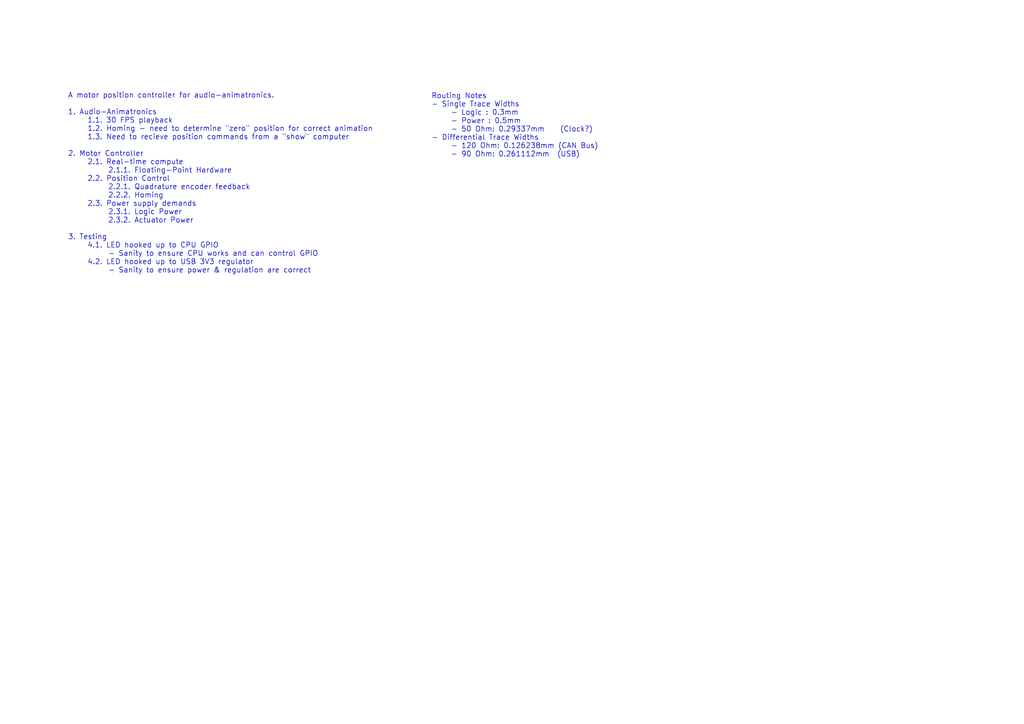
<source format=kicad_sch>
(kicad_sch (version 20230121) (generator eeschema)

  (uuid a95831e5-a154-42e0-b3f8-b1c784403fd2)

  (paper "A4")

  (title_block
    (title "Requirements")
    (date "2022-10-30")
    (rev "HULA - 0.2")
    (company "Alexander S. Adranly")
  )

  (lib_symbols
  )


  (text "Routing Notes\n- Single Trace Widths\n	- Logic : 0.3mm\n	- Power : 0.5mm\n	- 50 Ohm: 0.29337mm    (Clock?)\n- Differential Trace Widths\n	- 120 Ohm: 0.126238mm (CAN Bus)\n	- 90 Ohm: 0.261112mm  (USB) "
    (at 125.095 45.72 0)
    (effects (font (size 1.5 1.5)) (justify left bottom))
    (uuid 2f3c5f7e-2433-4bab-abb5-de88f85ffda3)
  )
  (text "A motor position controller for audio-animatronics.\n\n1. Audio-Animatronics\n	1.1. 30 FPS playback\n	1.2. Homing - need to determine \"zero\" position for correct animation\n	1.3. Need to recieve position commands from a \"show\" computer\n\n2. Motor Controller\n	2.1. Real-time compute\n		2.1.1. Floating-Point Hardware\n	2.2. Position Control\n		2.2.1. Quadrature encoder feedback\n		2.2.2. Homing\n	2.3. Power supply demands\n		2.3.1. Logic Power\n		2.3.2. Actuator Power\n		\n3. Testing\n	4.1. LED hooked up to CPU GPIO\n		- Sanity to ensure CPU works and can control GPIO\n	4.2. LED hooked up to USB 3V3 regulator \n		- Sanity to ensure power & regulation are correct"
    (at 19.685 79.375 0)
    (effects (font (size 1.5 1.5)) (justify left bottom))
    (uuid f3853534-7334-46a5-b367-1f959c8cd93b)
  )
)

</source>
